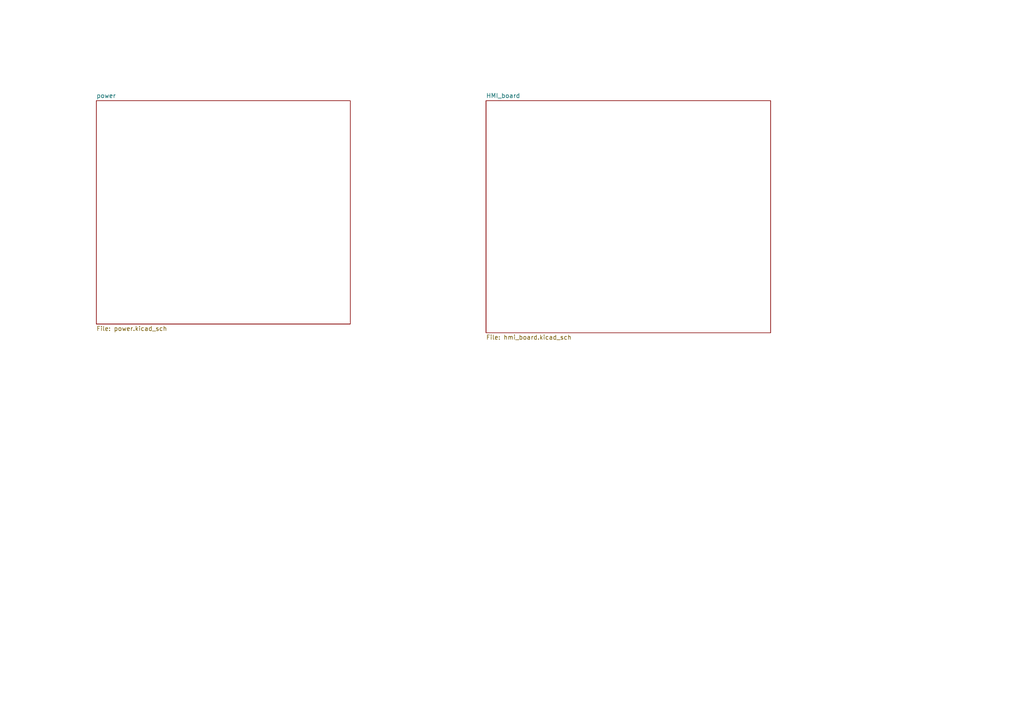
<source format=kicad_sch>
(kicad_sch
	(version 20231120)
	(generator "eeschema")
	(generator_version "8.0")
	(uuid "2c39038c-6eda-4380-a425-abe6659b270f")
	(paper "A4")
	(lib_symbols)
	(sheet
		(at 27.94 29.21)
		(size 73.66 64.77)
		(fields_autoplaced yes)
		(stroke
			(width 0.1524)
			(type solid)
		)
		(fill
			(color 0 0 0 0.0000)
		)
		(uuid "c44ddb9b-97b1-4bf2-85fc-02b489f00eef")
		(property "Sheetname" "power"
			(at 27.94 28.4984 0)
			(effects
				(font
					(size 1.27 1.27)
				)
				(justify left bottom)
			)
		)
		(property "Sheetfile" "power.kicad_sch"
			(at 27.94 94.5646 0)
			(effects
				(font
					(size 1.27 1.27)
				)
				(justify left top)
			)
		)
		(instances
			(project "scheme"
				(path "/2c39038c-6eda-4380-a425-abe6659b270f"
					(page "2")
				)
			)
		)
	)
	(sheet
		(at 140.97 29.21)
		(size 82.55 67.31)
		(fields_autoplaced yes)
		(stroke
			(width 0.1524)
			(type solid)
		)
		(fill
			(color 0 0 0 0.0000)
		)
		(uuid "ce5d5c7d-6f83-4fa3-9980-358feeb72227")
		(property "Sheetname" "HMI_board"
			(at 140.97 28.4984 0)
			(effects
				(font
					(size 1.27 1.27)
				)
				(justify left bottom)
			)
		)
		(property "Sheetfile" "hmi_board.kicad_sch"
			(at 140.97 97.1046 0)
			(effects
				(font
					(size 1.27 1.27)
				)
				(justify left top)
			)
		)
		(instances
			(project "scheme"
				(path "/2c39038c-6eda-4380-a425-abe6659b270f"
					(page "3")
				)
			)
		)
	)
	(sheet_instances
		(path "/"
			(page "1")
		)
	)
)

</source>
